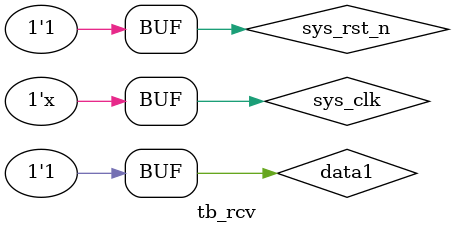
<source format=v>
`timescale 1ns / 1ps


module tb_rcv(

    );
    //ÊäÈë
reg sys_clk;
reg sys_rst_n;
reg data1;
//Êä³ö
wire [7:0] data;
wire done;
//ÐÅºÅ³õÊ¼»¯
initial begin
    sys_clk = 1'b0;
    sys_rst_n = 1'b1;
    data1 = 1'b1;
    #200
    sys_rst_n = 1'b0;
    #200
    sys_rst_n = 1'b1;
    #200
    data1 = 1'b0;
    #3472
    data1 = 1'b1;
    #3472
    data1 = 1'b0;
    #3472
    data1 = 1'b1;
    #3472
    data1 = 1'b0;
    #3472
    data1 = 1'b1;
    #3472
    data1 = 1'b0;
    #3472
    data1 = 1'b1;
    #3472
    data1 = 1'b1;
end
//Éú³ÉÊ±ÖÓ
always #1 sys_clk = ~sys_clk ;

uart_recv  u_uart_recv(
    .clk     (sys_clk),
    .sys_rst_n (sys_rst_n),
    .uart_rx  (data1),
    .uart_done (done),
    .uart_data   (data)
);
endmodule

</source>
